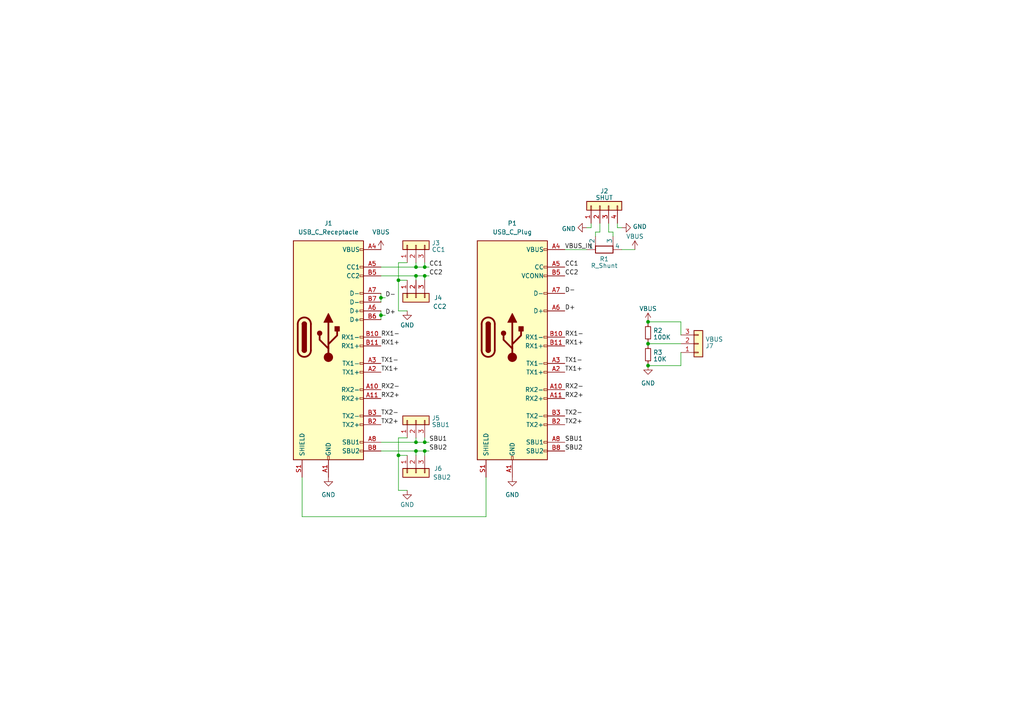
<source format=kicad_sch>
(kicad_sch (version 20230121) (generator eeschema)
  (paper "A4")
  (lib_symbols
    (symbol "Connector:USB_C_Plug" (pin_names (offset 1.016))
      (property "Reference" "P" (at -10.16 29.21 0))
      (property "Value" "USB_C_Plug" (at 10.16 29.21 0))
      (symbol "USB_C_Plug_0_0"
        (rectangle (start -0.254 -35.56) (end 0.254 -34.544))
        (rectangle (start 10.16 -32.766) (end 9.144 -33.274))
        (rectangle (start 10.16 -30.226) (end 9.144 -30.734))
        (rectangle (start 10.16 -25.146) (end 9.144 -25.654))
        (rectangle (start 10.16 -22.606) (end 9.144 -23.114))
        (rectangle (start 10.16 -17.526) (end 9.144 -18.034))
        (rectangle (start 10.16 -14.986) (end 9.144 -15.494))
        (rectangle (start 10.16 -9.906) (end 9.144 -10.414))
        (rectangle (start 10.16 -7.366) (end 9.144 -7.874))
        (rectangle (start 10.16 -2.286) (end 9.144 -2.794))
        (rectangle (start 10.16 0.254) (end 9.144 -0.254))
        (rectangle (start 10.16 7.874) (end 9.144 7.366))
        (rectangle (start 10.16 12.954) (end 9.144 12.446))
        (rectangle (start 10.16 18.034) (end 9.144 17.526))
        (rectangle (start 10.16 20.574) (end 9.144 20.066))
        (rectangle (start 10.16 25.654) (end 9.144 25.146))
      )
      (symbol "USB_C_Plug_0_1"
        (rectangle (start -10.16 27.94) (end 10.16 -35.56) (stroke (width 0.254)) (fill (type background)))
        (arc (start -8.89 -3.81) (mid -6.985 -5.7067) (end -5.08 -3.81) (stroke (width 0.508)))
        (arc (start -7.62 -3.81) (mid -6.985 -4.4423) (end -6.35 -3.81) (stroke (width 0.254)))
        (arc (start -7.62 -3.81) (mid -6.985 -4.4423) (end -6.35 -3.81) (stroke (width 0.254)) (fill (type outline)))
        (rectangle (start -7.62 -3.81) (end -6.35 3.81) (stroke (width 0.254)) (fill (type outline)))
        (arc (start -6.35 3.81) (mid -6.985 4.4423) (end -7.62 3.81) (stroke (width 0.254)))
        (arc (start -6.35 3.81) (mid -6.985 4.4423) (end -7.62 3.81) (stroke (width 0.254)) (fill (type outline)))
        (arc (start -5.08 3.81) (mid -6.985 5.7067) (end -8.89 3.81) (stroke (width 0.508)))
        (polyline (pts (xy -8.89 -3.81) (xy -8.89 3.81)) (stroke (width 0.508)))
        (polyline (pts (xy -5.08 3.81) (xy -5.08 -3.81)) (stroke (width 0.508)))
      )
      (symbol "USB_C_Plug_1_1"
        (circle (center -2.54 1.143) (radius 0.635) (stroke (width 0.254)) (fill (type outline)))
        (circle (center 0 -5.842) (radius 1.27) (fill (type outline)))
        (polyline (pts (xy 0 -5.842) (xy 0 4.318)) (stroke (width 0.508)))
        (polyline (pts (xy 0 -3.302) (xy -2.54 -0.762) (xy -2.54 0.508)) (stroke (width 0.508)))
        (polyline (pts (xy 0 -2.032) (xy 2.54 0.508) (xy 2.54 1.778)) (stroke (width 0.508)))
        (polyline (pts (xy -1.27 4.318) (xy 0 6.858) (xy 1.27 4.318) (xy -1.27 4.318)) (stroke (width 0.254)) (fill (type outline)))
        (rectangle (start 1.905 1.778) (end 3.175 3.048) (stroke (width 0.254)) (fill (type outline)))
        (pin passive line (at 0 -40.64 90) (length 5.08) (name "GND") (number "A1"))
        (pin bidirectional line (at 15.24 -15.24 180) (length 5.08) (name "RX2-") (number "A10"))
        (pin bidirectional line (at 15.24 -17.78 180) (length 5.08) (name "RX2+") (number "A11"))
        (pin passive line (at 0 -40.64 90) (length 5.08) hide (name "GND") (number "A12"))
        (pin bidirectional line (at 15.24 -10.16 180) (length 5.08) (name "TX1+") (number "A2"))
        (pin bidirectional line (at 15.24 -7.62 180) (length 5.08) (name "TX1-") (number "A3"))
        (pin passive line (at 15.24 25.4 180) (length 5.08) (name "VBUS") (number "A4"))
        (pin bidirectional line (at 15.24 20.32 180) (length 5.08) (name "CC") (number "A5"))
        (pin bidirectional line (at 15.24 7.62 180) (length 5.08) (name "D+") (number "A6"))
        (pin bidirectional line (at 15.24 12.7 180) (length 5.08) (name "D-") (number "A7"))
        (pin bidirectional line (at 15.24 -30.48 180) (length 5.08) (name "SBU1") (number "A8"))
        (pin passive line (at 15.24 25.4 180) (length 5.08) hide (name "VBUS") (number "A9"))
        (pin passive line (at 0 -40.64 90) (length 5.08) hide (name "GND") (number "B1"))
        (pin bidirectional line (at 15.24 0 180) (length 5.08) (name "RX1-") (number "B10"))
        (pin bidirectional line (at 15.24 -2.54 180) (length 5.08) (name "RX1+") (number "B11"))
        (pin passive line (at 0 -40.64 90) (length 5.08) hide (name "GND") (number "B12"))
        (pin bidirectional line (at 15.24 -25.4 180) (length 5.08) (name "TX2+") (number "B2"))
        (pin bidirectional line (at 15.24 -22.86 180) (length 5.08) (name "TX2-") (number "B3"))
        (pin passive line (at 15.24 25.4 180) (length 5.08) hide (name "VBUS") (number "B4"))
        (pin bidirectional line (at 15.24 17.78 180) (length 5.08) (name "VCONN") (number "B5"))
        (pin bidirectional line (at 15.24 -33.02 180) (length 5.08) (name "SBU2") (number "B8"))
        (pin passive line (at 15.24 25.4 180) (length 5.08) hide (name "VBUS") (number "B9"))
        (pin passive line (at -7.62 -40.64 90) (length 5.08) (name "SHIELD") (number "S1"))
      )
    )
    (symbol "Connector:USB_C_Receptacle" (pin_names (offset 1.016))
      (property "Reference" "J" (at -10.16 29.21 0))
      (property "Value" "USB_C_Receptacle" (at 10.16 29.21 0))
      (symbol "USB_C_Receptacle_0_0"
        (rectangle (start -0.254 -35.56) (end 0.254 -34.544))
        (rectangle (start 10.16 -32.766) (end 9.144 -33.274))
        (rectangle (start 10.16 -30.226) (end 9.144 -30.734))
        (rectangle (start 10.16 -25.146) (end 9.144 -25.654))
        (rectangle (start 10.16 -22.606) (end 9.144 -23.114))
        (rectangle (start 10.16 -17.526) (end 9.144 -18.034))
        (rectangle (start 10.16 -14.986) (end 9.144 -15.494))
        (rectangle (start 10.16 -9.906) (end 9.144 -10.414))
        (rectangle (start 10.16 -7.366) (end 9.144 -7.874))
        (rectangle (start 10.16 -2.286) (end 9.144 -2.794))
        (rectangle (start 10.16 0.254) (end 9.144 -0.254))
        (rectangle (start 10.16 5.334) (end 9.144 4.826))
        (rectangle (start 10.16 7.874) (end 9.144 7.366))
        (rectangle (start 10.16 10.414) (end 9.144 9.906))
        (rectangle (start 10.16 12.954) (end 9.144 12.446))
        (rectangle (start 10.16 18.034) (end 9.144 17.526))
        (rectangle (start 10.16 20.574) (end 9.144 20.066))
        (rectangle (start 10.16 25.654) (end 9.144 25.146))
      )
      (symbol "USB_C_Receptacle_0_1"
        (rectangle (start -10.16 27.94) (end 10.16 -35.56) (stroke (width 0.254)) (fill (type background)))
        (arc (start -8.89 -3.81) (mid -6.985 -5.7067) (end -5.08 -3.81) (stroke (width 0.508)))
        (arc (start -7.62 -3.81) (mid -6.985 -4.4423) (end -6.35 -3.81) (stroke (width 0.254)))
        (arc (start -7.62 -3.81) (mid -6.985 -4.4423) (end -6.35 -3.81) (stroke (width 0.254)) (fill (type outline)))
        (rectangle (start -7.62 -3.81) (end -6.35 3.81) (stroke (width 0.254)) (fill (type outline)))
        (arc (start -6.35 3.81) (mid -6.985 4.4423) (end -7.62 3.81) (stroke (width 0.254)))
        (arc (start -6.35 3.81) (mid -6.985 4.4423) (end -7.62 3.81) (stroke (width 0.254)) (fill (type outline)))
        (arc (start -5.08 3.81) (mid -6.985 5.7067) (end -8.89 3.81) (stroke (width 0.508)))
        (polyline (pts (xy -8.89 -3.81) (xy -8.89 3.81)) (stroke (width 0.508)))
        (polyline (pts (xy -5.08 3.81) (xy -5.08 -3.81)) (stroke (width 0.508)))
      )
      (symbol "USB_C_Receptacle_1_1"
        (circle (center -2.54 1.143) (radius 0.635) (stroke (width 0.254)) (fill (type outline)))
        (circle (center 0 -5.842) (radius 1.27) (fill (type outline)))
        (polyline (pts (xy 0 -5.842) (xy 0 4.318)) (stroke (width 0.508)))
        (polyline (pts (xy 0 -3.302) (xy -2.54 -0.762) (xy -2.54 0.508)) (stroke (width 0.508)))
        (polyline (pts (xy 0 -2.032) (xy 2.54 0.508) (xy 2.54 1.778)) (stroke (width 0.508)))
        (polyline (pts (xy -1.27 4.318) (xy 0 6.858) (xy 1.27 4.318) (xy -1.27 4.318)) (stroke (width 0.254)) (fill (type outline)))
        (rectangle (start 1.905 1.778) (end 3.175 3.048) (stroke (width 0.254)) (fill (type outline)))
        (pin passive line (at 0 -40.64 90) (length 5.08) (name "GND") (number "A1"))
        (pin bidirectional line (at 15.24 -15.24 180) (length 5.08) (name "RX2-") (number "A10"))
        (pin bidirectional line (at 15.24 -17.78 180) (length 5.08) (name "RX2+") (number "A11"))
        (pin passive line (at 0 -40.64 90) (length 5.08) hide (name "GND") (number "A12"))
        (pin bidirectional line (at 15.24 -10.16 180) (length 5.08) (name "TX1+") (number "A2"))
        (pin bidirectional line (at 15.24 -7.62 180) (length 5.08) (name "TX1-") (number "A3"))
        (pin passive line (at 15.24 25.4 180) (length 5.08) (name "VBUS") (number "A4"))
        (pin bidirectional line (at 15.24 20.32 180) (length 5.08) (name "CC1") (number "A5"))
        (pin bidirectional line (at 15.24 7.62 180) (length 5.08) (name "D+") (number "A6"))
        (pin bidirectional line (at 15.24 12.7 180) (length 5.08) (name "D-") (number "A7"))
        (pin bidirectional line (at 15.24 -30.48 180) (length 5.08) (name "SBU1") (number "A8"))
        (pin passive line (at 15.24 25.4 180) (length 5.08) hide (name "VBUS") (number "A9"))
        (pin passive line (at 0 -40.64 90) (length 5.08) hide (name "GND") (number "B1"))
        (pin bidirectional line (at 15.24 0 180) (length 5.08) (name "RX1-") (number "B10"))
        (pin bidirectional line (at 15.24 -2.54 180) (length 5.08) (name "RX1+") (number "B11"))
        (pin passive line (at 0 -40.64 90) (length 5.08) hide (name "GND") (number "B12"))
        (pin bidirectional line (at 15.24 -25.4 180) (length 5.08) (name "TX2+") (number "B2"))
        (pin bidirectional line (at 15.24 -22.86 180) (length 5.08) (name "TX2-") (number "B3"))
        (pin passive line (at 15.24 25.4 180) (length 5.08) hide (name "VBUS") (number "B4"))
        (pin bidirectional line (at 15.24 17.78 180) (length 5.08) (name "CC2") (number "B5"))
        (pin bidirectional line (at 15.24 5.08 180) (length 5.08) (name "D+") (number "B6"))
        (pin bidirectional line (at 15.24 10.16 180) (length 5.08) (name "D-") (number "B7"))
        (pin bidirectional line (at 15.24 -33.02 180) (length 5.08) (name "SBU2") (number "B8"))
        (pin passive line (at 15.24 25.4 180) (length 5.08) hide (name "VBUS") (number "B9"))
        (pin passive line (at -7.62 -40.64 90) (length 5.08) (name "SHIELD") (number "S1"))
      )
    )
    (symbol "Connector_Generic:Conn_01x03" (pin_names (offset 1.016) hide)
      (property "Reference" "J" (at 0 5.08 0))
      (property "Value" "Conn_01x03" (at 0 -5.08 0))
      (symbol "Conn_01x03_1_1"
        (rectangle (start -1.27 -2.413) (end 0 -2.667) (stroke (width 0.1524)))
        (rectangle (start -1.27 0.127) (end 0 -0.127) (stroke (width 0.1524)))
        (rectangle (start -1.27 2.667) (end 0 2.413) (stroke (width 0.1524)))
        (rectangle (start -1.27 3.81) (end 1.27 -3.81) (stroke (width 0.254)) (fill (type background)))
        (pin passive line (at -5.08 2.54 0) (length 3.81) (name "Pin_1") (number "1"))
        (pin passive line (at -5.08 0 0) (length 3.81) (name "Pin_2") (number "2"))
        (pin passive line (at -5.08 -2.54 0) (length 3.81) (name "Pin_3") (number "3"))
      )
    )
    (symbol "Connector_Generic:Conn_01x04" (pin_names (offset 1.016) hide)
      (property "Reference" "J" (at 0 5.08 0))
      (property "Value" "Conn_01x04" (at 0 -7.62 0))
      (symbol "Conn_01x04_1_1"
        (rectangle (start -1.27 -4.953) (end 0 -5.207) (stroke (width 0.1524)))
        (rectangle (start -1.27 -2.413) (end 0 -2.667) (stroke (width 0.1524)))
        (rectangle (start -1.27 0.127) (end 0 -0.127) (stroke (width 0.1524)))
        (rectangle (start -1.27 2.667) (end 0 2.413) (stroke (width 0.1524)))
        (rectangle (start -1.27 3.81) (end 1.27 -6.35) (stroke (width 0.254)) (fill (type background)))
        (pin passive line (at -5.08 2.54 0) (length 3.81) (name "Pin_1") (number "1"))
        (pin passive line (at -5.08 0 0) (length 3.81) (name "Pin_2") (number "2"))
        (pin passive line (at -5.08 -2.54 0) (length 3.81) (name "Pin_3") (number "3"))
        (pin passive line (at -5.08 -5.08 0) (length 3.81) (name "Pin_4") (number "4"))
      )
    )
    (symbol "Device:R_Shunt" (pin_numbers hide) (pin_names (offset 0))
      (property "Reference" "R" (at -4.445 0 90))
      (property "Value" "R_Shunt" (at -2.54 0 90))
      (symbol "R_Shunt_0_1"
        (rectangle (start -1.016 -2.54) (end 1.016 2.54) (stroke (width 0.254)))
        (polyline (pts (xy 0 -2.54) (xy 1.27 -2.54)))
        (polyline (pts (xy 1.27 2.54) (xy 0 2.54)))
      )
      (symbol "R_Shunt_1_1"
        (pin passive line (at 0 5.08 270) (length 2.54) (name "1") (number "1"))
        (pin passive line (at 3.81 2.54 180) (length 2.54) (name "2") (number "2"))
        (pin passive line (at 3.81 -2.54 180) (length 2.54) (name "3") (number "3"))
        (pin passive line (at 0 -5.08 90) (length 2.54) (name "4") (number "4"))
      )
    )
    (symbol "Device:R_Small" (pin_numbers hide) (pin_names (offset 0.254) hide)
      (property "Reference" "R" (at 0.762 0.508 0))
      (property "Value" "R_Small" (at 0.762 -1.016 0))
      (symbol "R_Small_0_1"
        (rectangle (start -0.762 1.778) (end 0.762 -1.778) (stroke (width 0.2032)))
      )
      (symbol "R_Small_1_1"
        (pin passive line (at 0 2.54 270) (length 0.762) (name "~") (number "1"))
        (pin passive line (at 0 -2.54 90) (length 0.762) (name "~") (number "2"))
      )
    )
    (symbol "power:GND" (power) (pin_names (offset 0))
      (property "Value" "GND" (at 0 -3.81 0))
      (symbol "GND_0_1"
        (polyline (pts (xy 0 0) (xy 0 -1.27) (xy 1.27 -1.27) (xy 0 -2.54) (xy -1.27 -1.27) (xy 0 -1.27)))
      )
      (symbol "GND_1_1"
        (pin power_in line (at 0 0 270) (length 0) hide (name "GND") (number "1"))
      )
    )
    (symbol "power:VBUS" (power) (pin_names (offset 0))
      (property "Value" "VBUS" (at 0 3.81 0))
      (symbol "VBUS_0_1"
        (polyline (pts (xy -0.762 1.27) (xy 0 2.54)))
        (polyline (pts (xy 0 0) (xy 0 2.54)))
        (polyline (pts (xy 0 2.54) (xy 0.762 1.27)))
      )
      (symbol "VBUS_1_1"
        (pin power_in line (at 0 0 90) (length 0) hide (name "VBUS") (number "1"))
      )
    )
  )
  (junction (at 187.96 99.695))
  (junction (at 115.57 132.08))
  (junction (at 120.65 130.81))
  (junction (at 123.19 80.01))
  (junction (at 110.49 91.44))
  (junction (at 120.65 77.47))
  (junction (at 123.19 77.47))
  (junction (at 187.96 106.045))
  (junction (at 120.65 128.27))
  (junction (at 120.65 80.01))
  (junction (at 123.19 130.81))
  (junction (at 110.49 86.36))
  (junction (at 115.57 81.28))
  (junction (at 187.96 93.345))
  (junction (at 123.19 128.27))
  (wire (pts (xy 111.76 86.36) (xy 110.49 86.36)))
  (wire (pts (xy 118.11 76.2) (xy 115.57 76.2)))
  (wire (pts (xy 197.485 93.345) (xy 197.485 97.155)))
  (wire (pts (xy 110.49 80.01) (xy 120.65 80.01)))
  (wire (pts (xy 110.49 130.81) (xy 120.65 130.81)))
  (wire (pts (xy 115.57 132.08) (xy 115.57 142.24)))
  (wire (pts (xy 87.63 138.43) (xy 87.63 149.86)))
  (wire (pts (xy 123.19 130.81) (xy 123.19 132.08)))
  (wire (pts (xy 177.8 68.58) (xy 177.8 67.31)))
  (wire (pts (xy 187.96 93.98) (xy 187.96 93.345)))
  (wire (pts (xy 140.97 149.86) (xy 140.97 138.43)))
  (wire (pts (xy 124.46 128.27) (xy 123.19 128.27)))
  (wire (pts (xy 115.57 76.2) (xy 115.57 81.28)))
  (wire (pts (xy 120.65 80.01) (xy 123.19 80.01)))
  (wire (pts (xy 176.53 67.31) (xy 176.53 64.77)))
  (wire (pts (xy 163.83 72.39) (xy 170.18 72.39)))
  (wire (pts (xy 118.11 90.17) (xy 115.57 90.17)))
  (wire (pts (xy 187.96 93.345) (xy 197.485 93.345)))
  (wire (pts (xy 120.65 80.01) (xy 120.65 81.28)))
  (wire (pts (xy 120.65 130.81) (xy 123.19 130.81)))
  (wire (pts (xy 110.49 128.27) (xy 120.65 128.27)))
  (wire (pts (xy 115.57 127) (xy 115.57 132.08)))
  (wire (pts (xy 115.57 142.24) (xy 118.11 142.24)))
  (wire (pts (xy 118.11 127) (xy 115.57 127)))
  (wire (pts (xy 123.19 77.47) (xy 123.19 76.2)))
  (wire (pts (xy 187.96 99.695) (xy 197.485 99.695)))
  (wire (pts (xy 115.57 132.08) (xy 118.11 132.08)))
  (wire (pts (xy 179.07 64.77) (xy 179.07 66.04)))
  (wire (pts (xy 120.65 77.47) (xy 120.65 76.2)))
  (wire (pts (xy 115.57 90.17) (xy 115.57 81.28)))
  (wire (pts (xy 172.72 67.31) (xy 173.99 67.31)))
  (wire (pts (xy 187.96 105.41) (xy 187.96 106.045)))
  (wire (pts (xy 120.65 130.81) (xy 120.65 132.08)))
  (wire (pts (xy 110.49 91.44) (xy 110.49 92.71)))
  (wire (pts (xy 87.63 149.86) (xy 140.97 149.86)))
  (wire (pts (xy 187.96 99.695) (xy 187.96 100.33)))
  (wire (pts (xy 172.72 68.58) (xy 172.72 67.31)))
  (wire (pts (xy 120.65 77.47) (xy 123.19 77.47)))
  (wire (pts (xy 123.19 80.01) (xy 123.19 81.28)))
  (wire (pts (xy 124.46 80.01) (xy 123.19 80.01)))
  (wire (pts (xy 187.96 99.06) (xy 187.96 99.695)))
  (wire (pts (xy 120.65 128.27) (xy 120.65 127)))
  (wire (pts (xy 110.49 85.09) (xy 110.49 86.36)))
  (wire (pts (xy 177.8 67.31) (xy 176.53 67.31)))
  (wire (pts (xy 124.46 77.47) (xy 123.19 77.47)))
  (wire (pts (xy 170.18 66.04) (xy 171.45 66.04)))
  (wire (pts (xy 120.65 128.27) (xy 123.19 128.27)))
  (wire (pts (xy 187.96 106.045) (xy 197.485 106.045)))
  (wire (pts (xy 197.485 106.045) (xy 197.485 102.235)))
  (wire (pts (xy 110.49 86.36) (xy 110.49 87.63)))
  (wire (pts (xy 115.57 81.28) (xy 118.11 81.28)))
  (wire (pts (xy 171.45 66.04) (xy 171.45 64.77)))
  (wire (pts (xy 111.76 91.44) (xy 110.49 91.44)))
  (wire (pts (xy 110.49 90.17) (xy 110.49 91.44)))
  (wire (pts (xy 180.34 66.04) (xy 179.07 66.04)))
  (wire (pts (xy 124.46 130.81) (xy 123.19 130.81)))
  (wire (pts (xy 123.19 128.27) (xy 123.19 127)))
  (wire (pts (xy 180.34 72.39) (xy 184.15 72.39)))
  (wire (pts (xy 173.99 67.31) (xy 173.99 64.77)))
  (wire (pts (xy 110.49 77.47) (xy 120.65 77.47)))
  (label "SBU2" (at 163.83 130.81 0))
  (label "CC1" (at 163.83 77.47 0))
  (label "TX2-" (at 163.83 120.65 0))
  (label "TX2+" (at 110.49 123.19 0))
  (label "CC2" (at 124.46 80.01 0))
  (label "RX2+" (at 110.49 115.57 0))
  (label "RX1-" (at 110.49 97.79 0))
  (label "CC1" (at 124.46 77.47 0))
  (label "RX1-" (at 163.83 97.79 0))
  (label "SBU1" (at 124.46 128.27 0))
  (label "D-" (at 111.76 86.36 0))
  (label "D+" (at 111.76 91.44 0))
  (label "TX1+" (at 163.83 107.95 0))
  (label "TX2+" (at 163.83 123.19 0))
  (label "D-" (at 163.83 85.09 0))
  (label "SBU2" (at 124.46 130.81 0))
  (label "TX1-" (at 110.49 105.41 0))
  (label "CC2" (at 163.83 80.01 0))
  (label "VBUS_IN" (at 163.83 72.39 0))
  (label "TX1-" (at 163.83 105.41 0))
  (label "TX1+" (at 110.49 107.95 0))
  (label "D+" (at 163.83 90.17 0))
  (label "SBU1" (at 163.83 128.27 0))
  (label "RX1+" (at 110.49 100.33 0))
  (label "RX2-" (at 163.83 113.03 0))
  (label "RX2-" (at 110.49 113.03 0))
  (label "RX1+" (at 163.83 100.33 0))
  (label "TX2-" (at 110.49 120.65 0))
  (label "RX2+" (at 163.83 115.57 0))
  (symbol (lib_id "power:GND") (at 118.11 142.24 0) (unit 1)
    (property "Reference" "#PWR06" (effects hide))
    (property "Value" "GND" (at 118.11 146.3755 0))
  )
  (symbol (lib_id "Connector_Generic:Conn_01x04") (at 173.99 59.69 90) (unit 1)
    (property "Reference" "J2" (at 175.26 55.4101 90))
    (property "Value" "SHUT" (at 175.26 57.3311 90))
    (property "Footprint" "Connector_PinHeader_2.54mm:PinHeader_1x04_P2.54mm_Vertical" (effects hide))
  )
  (symbol (lib_id "Connector_Generic:Conn_01x03") (at 202.565 99.695 0) (mirror x) (unit 1)
    (property "Reference" "J7" (at 204.597 100.3387 0) (effects (justify left)))
    (property "Value" "VBUS" (at 204.597 98.4177 0) (effects (justify left)))
    (property "Footprint" "Connector_PinHeader_2.54mm:PinHeader_1x03_P2.54mm_Vertical" (effects hide))
  )
  (symbol (lib_id "Connector_Generic:Conn_01x03") (at 120.65 71.12 90) (unit 1)
    (property "Reference" "J3" (at 125.222 70.4763 90) (effects (justify right)))
    (property "Value" "CC1" (at 125.222 72.3973 90) (effects (justify right)))
    (property "Footprint" "Connector_PinHeader_2.54mm:PinHeader_1x03_P2.54mm_Vertical" (effects hide))
  )
  (symbol (lib_id "Connector:USB_C_Receptacle") (at 95.25 97.79 0) (unit 1)
    (property "Reference" "J1" (at 95.25 64.77 0))
    (property "Value" "USB_C_Receptacle" (at 95.25 67.31 0))
    (property "Footprint" "Connector_USB:USB_C_Receptacle_Amphenol_12401548E4-2A" (effects hide))
    (property "Datasheet" "https://www.usb.org/sites/default/files/documents/usb_type-c.zip" (effects hide))
  )
  (symbol (lib_id "Device:R_Shunt") (at 175.26 72.39 90) (unit 1)
    (property "Reference" "R1" (at 175.26 75.1285 90))
    (property "Value" "R_Shunt" (at 175.26 77.0495 90))
    (property "Footprint" "USBCPASSTHRU.kicad_pcb:Shunt" (effects hide))
  )
  (symbol (lib_id "Connector_Generic:Conn_01x03") (at 120.65 86.36 90) (mirror x) (unit 1)
    (property "Reference" "J4" (at 128.27 86.36 90) (effects (justify left)))
    (property "Value" "CC2" (at 129.54 88.9 90) (effects (justify left)))
    (property "Footprint" "Connector_PinHeader_2.54mm:PinHeader_1x03_P2.54mm_Vertical" (effects hide))
  )
  (symbol (lib_id "power:VBUS") (at 184.15 72.39 0) (unit 1)
    (property "Reference" "#PWR01" (effects hide))
    (property "Value" "VBUS" (at 184.15 68.58 0))
  )
  (symbol (lib_id "power:VBUS") (at 110.49 72.39 0) (unit 1)
    (property "Reference" "#PWR02" (effects hide))
    (property "Value" "VBUS" (at 110.49 67.31 0))
  )
  (symbol (lib_id "power:GND") (at 95.25 138.43 0) (unit 1)
    (property "Reference" "#PWR03" (effects hide))
    (property "Value" "GND" (at 95.25 143.51 0))
  )
  (symbol (lib_id "power:GND") (at 118.11 90.17 0) (unit 1)
    (property "Reference" "#PWR05" (effects hide))
    (property "Value" "GND" (at 118.11 94.3055 0))
  )
  (symbol (lib_id "Device:R_Small") (at 187.96 96.52 0) (unit 1)
    (property "Reference" "R2" (at 189.4586 95.8763 0) (effects (justify left)))
    (property "Value" "100K" (at 189.4586 97.7973 0) (effects (justify left)))
    (property "Footprint" "Resistor_SMD:R_0603_1608Metric" (effects hide))
  )
  (symbol (lib_id "power:GND") (at 170.18 66.04 270) (unit 1)
    (property "Reference" "#PWR07" (effects hide))
    (property "Value" "GND" (at 167.0051 66.3568 90) (effects (justify right)))
  )
  (symbol (lib_id "Connector_Generic:Conn_01x03") (at 120.65 121.92 90) (unit 1)
    (property "Reference" "J5" (at 125.222 121.2763 90) (effects (justify right)))
    (property "Value" "SBU1" (at 125.222 123.1973 90) (effects (justify right)))
    (property "Footprint" "Connector_PinHeader_2.54mm:PinHeader_1x03_P2.54mm_Vertical" (effects hide))
  )
  (symbol (lib_id "power:GND") (at 187.96 106.045 0) (unit 1)
    (property "Reference" "#PWR09" (effects hide))
    (property "Value" "GND" (at 187.96 111.125 0))
  )
  (symbol (lib_id "Connector:USB_C_Plug") (at 148.59 97.79 0) (unit 1)
    (property "Reference" "P1" (at 148.59 64.77 0))
    (property "Value" "USB_C_Plug" (at 148.59 67.31 0))
    (property "Footprint" "USBCPASSTHRU.kicad_pcb:USB_C_Plug_Molex_105444" (effects hide))
    (property "Datasheet" "https://www.usb.org/sites/default/files/documents/usb_type-c.zip" (effects hide))
  )
  (symbol (lib_id "Connector_Generic:Conn_01x03") (at 120.65 137.16 90) (mirror x) (unit 1)
    (property "Reference" "J6" (at 128.27 135.89 90) (effects (justify left)))
    (property "Value" "SBU2" (at 130.81 138.43 90) (effects (justify left)))
    (property "Footprint" "Connector_PinHeader_2.54mm:PinHeader_1x03_P2.54mm_Vertical" (effects hide))
  )
  (symbol (lib_id "power:GND") (at 148.59 138.43 0) (unit 1)
    (property "Reference" "#PWR04" (effects hide))
    (property "Value" "GND" (at 148.59 143.51 0))
  )
  (symbol (lib_id "power:GND") (at 180.34 66.04 90) (unit 1)
    (property "Reference" "#PWR08" (effects hide))
    (property "Value" "GND" (at 183.5149 65.7232 90) (effects (justify right)))
  )
  (symbol (lib_id "power:VBUS") (at 187.96 93.345 0) (unit 1)
    (property "Reference" "#PWR010" (effects hide))
    (property "Value" "VBUS" (at 187.96 89.535 0))
  )
  (symbol (lib_id "Device:R_Small") (at 187.96 102.87 0) (unit 1)
    (property "Reference" "R3" (at 189.4586 102.2263 0) (effects (justify left)))
    (property "Value" "10K" (at 189.4586 104.1473 0) (effects (justify left)))
    (property "Footprint" "Resistor_SMD:R_0603_1608Metric" (effects hide))
  )
)
</source>
